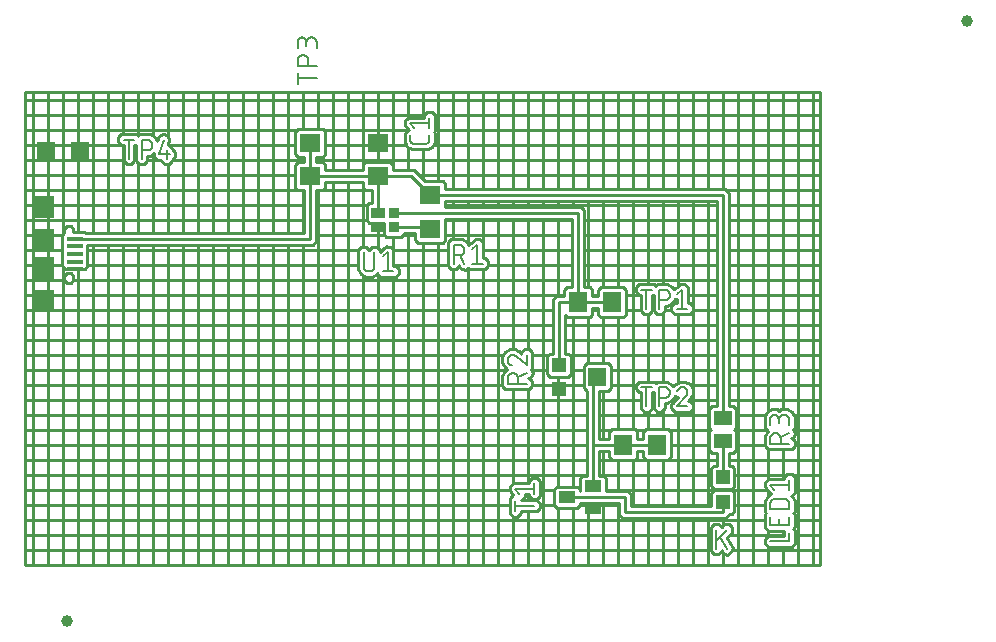
<source format=gtl>
G04 EAGLE Gerber RS-274X export*
G75*
%MOMM*%
%FSLAX34Y34*%
%LPD*%
%INTop Copper*%
%IPPOS*%
%AMOC8*
5,1,8,0,0,1.08239X$1,22.5*%
G01*
%ADD10C,0.152400*%
%ADD11C,1.000000*%
%ADD12R,0.950000X0.850000*%
%ADD13R,1.150000X0.850000*%
%ADD14R,1.150000X0.970000*%
%ADD15R,0.950000X0.970000*%
%ADD16R,1.803000X1.600000*%
%ADD17R,1.800000X1.600000*%
%ADD18R,1.200000X1.200000*%
%ADD19R,1.500000X1.600000*%
%ADD20R,1.400000X1.000000*%
%ADD21R,1.500000X1.300000*%
%ADD22R,1.346200X0.381000*%
%ADD23R,1.900000X1.900000*%
%ADD24R,1.600000X1.803000*%
%ADD25C,0.254000*%


D10*
X183078Y13462D02*
X183078Y29718D01*
X187593Y29718D02*
X178562Y29718D01*
X193883Y29718D02*
X193883Y13462D01*
X193883Y29718D02*
X198399Y29718D01*
X198532Y29716D01*
X198664Y29710D01*
X198796Y29700D01*
X198928Y29687D01*
X199060Y29669D01*
X199190Y29648D01*
X199321Y29623D01*
X199450Y29594D01*
X199578Y29561D01*
X199706Y29525D01*
X199832Y29485D01*
X199957Y29441D01*
X200081Y29393D01*
X200203Y29342D01*
X200324Y29287D01*
X200443Y29229D01*
X200561Y29167D01*
X200676Y29102D01*
X200790Y29033D01*
X200901Y28962D01*
X201010Y28886D01*
X201117Y28808D01*
X201222Y28727D01*
X201324Y28642D01*
X201424Y28555D01*
X201521Y28465D01*
X201616Y28372D01*
X201707Y28276D01*
X201796Y28178D01*
X201882Y28077D01*
X201965Y27973D01*
X202045Y27867D01*
X202121Y27759D01*
X202195Y27649D01*
X202265Y27536D01*
X202332Y27422D01*
X202395Y27305D01*
X202455Y27187D01*
X202512Y27067D01*
X202565Y26945D01*
X202614Y26822D01*
X202660Y26698D01*
X202702Y26572D01*
X202740Y26445D01*
X202775Y26317D01*
X202806Y26188D01*
X202833Y26059D01*
X202856Y25928D01*
X202876Y25797D01*
X202891Y25665D01*
X202903Y25533D01*
X202911Y25401D01*
X202915Y25268D01*
X202915Y25136D01*
X202911Y25003D01*
X202903Y24871D01*
X202891Y24739D01*
X202876Y24607D01*
X202856Y24476D01*
X202833Y24345D01*
X202806Y24216D01*
X202775Y24087D01*
X202740Y23959D01*
X202702Y23832D01*
X202660Y23706D01*
X202614Y23582D01*
X202565Y23459D01*
X202512Y23337D01*
X202455Y23217D01*
X202395Y23099D01*
X202332Y22982D01*
X202265Y22868D01*
X202195Y22755D01*
X202121Y22645D01*
X202045Y22537D01*
X201965Y22431D01*
X201882Y22327D01*
X201796Y22226D01*
X201707Y22128D01*
X201616Y22032D01*
X201521Y21939D01*
X201424Y21849D01*
X201324Y21762D01*
X201222Y21677D01*
X201117Y21596D01*
X201010Y21518D01*
X200901Y21442D01*
X200790Y21371D01*
X200676Y21302D01*
X200561Y21237D01*
X200443Y21175D01*
X200324Y21117D01*
X200203Y21062D01*
X200081Y21011D01*
X199957Y20963D01*
X199832Y20919D01*
X199706Y20879D01*
X199578Y20843D01*
X199450Y20810D01*
X199321Y20781D01*
X199190Y20756D01*
X199060Y20735D01*
X198928Y20717D01*
X198796Y20704D01*
X198664Y20694D01*
X198532Y20688D01*
X198399Y20686D01*
X198399Y20687D02*
X193883Y20687D01*
X208782Y17074D02*
X212395Y29718D01*
X208782Y17074D02*
X217814Y17074D01*
X215104Y13462D02*
X215104Y20687D01*
X325882Y81478D02*
X342138Y81478D01*
X325882Y76962D02*
X325882Y85993D01*
X325882Y92283D02*
X342138Y92283D01*
X325882Y92283D02*
X325882Y96799D01*
X325884Y96932D01*
X325890Y97064D01*
X325900Y97196D01*
X325913Y97328D01*
X325931Y97460D01*
X325952Y97590D01*
X325977Y97721D01*
X326006Y97850D01*
X326039Y97978D01*
X326075Y98106D01*
X326115Y98232D01*
X326159Y98357D01*
X326207Y98481D01*
X326258Y98603D01*
X326313Y98724D01*
X326371Y98843D01*
X326433Y98961D01*
X326498Y99076D01*
X326567Y99190D01*
X326638Y99301D01*
X326714Y99410D01*
X326792Y99517D01*
X326873Y99622D01*
X326958Y99724D01*
X327045Y99824D01*
X327135Y99921D01*
X327228Y100016D01*
X327324Y100107D01*
X327422Y100196D01*
X327523Y100282D01*
X327627Y100365D01*
X327733Y100445D01*
X327841Y100521D01*
X327951Y100595D01*
X328064Y100665D01*
X328178Y100732D01*
X328295Y100795D01*
X328413Y100855D01*
X328533Y100912D01*
X328655Y100965D01*
X328778Y101014D01*
X328902Y101060D01*
X329028Y101102D01*
X329155Y101140D01*
X329283Y101175D01*
X329412Y101206D01*
X329541Y101233D01*
X329672Y101256D01*
X329803Y101276D01*
X329935Y101291D01*
X330067Y101303D01*
X330199Y101311D01*
X330332Y101315D01*
X330464Y101315D01*
X330597Y101311D01*
X330729Y101303D01*
X330861Y101291D01*
X330993Y101276D01*
X331124Y101256D01*
X331255Y101233D01*
X331384Y101206D01*
X331513Y101175D01*
X331641Y101140D01*
X331768Y101102D01*
X331894Y101060D01*
X332018Y101014D01*
X332141Y100965D01*
X332263Y100912D01*
X332383Y100855D01*
X332501Y100795D01*
X332618Y100732D01*
X332732Y100665D01*
X332845Y100595D01*
X332955Y100521D01*
X333063Y100445D01*
X333169Y100365D01*
X333273Y100282D01*
X333374Y100196D01*
X333472Y100107D01*
X333568Y100016D01*
X333661Y99921D01*
X333751Y99824D01*
X333838Y99724D01*
X333923Y99622D01*
X334004Y99517D01*
X334082Y99410D01*
X334158Y99301D01*
X334229Y99190D01*
X334298Y99076D01*
X334363Y98961D01*
X334425Y98843D01*
X334483Y98724D01*
X334538Y98603D01*
X334589Y98481D01*
X334637Y98357D01*
X334681Y98232D01*
X334721Y98106D01*
X334757Y97978D01*
X334790Y97850D01*
X334819Y97721D01*
X334844Y97590D01*
X334865Y97460D01*
X334883Y97328D01*
X334896Y97196D01*
X334906Y97064D01*
X334912Y96932D01*
X334914Y96799D01*
X334913Y96799D02*
X334913Y92283D01*
X342138Y107182D02*
X342138Y111698D01*
X342136Y111831D01*
X342130Y111963D01*
X342120Y112095D01*
X342107Y112227D01*
X342089Y112359D01*
X342068Y112489D01*
X342043Y112620D01*
X342014Y112749D01*
X341981Y112877D01*
X341945Y113005D01*
X341905Y113131D01*
X341861Y113256D01*
X341813Y113380D01*
X341762Y113502D01*
X341707Y113623D01*
X341649Y113742D01*
X341587Y113860D01*
X341522Y113975D01*
X341453Y114089D01*
X341382Y114200D01*
X341306Y114309D01*
X341228Y114416D01*
X341147Y114521D01*
X341062Y114623D01*
X340975Y114723D01*
X340885Y114820D01*
X340792Y114915D01*
X340696Y115006D01*
X340598Y115095D01*
X340497Y115181D01*
X340393Y115264D01*
X340287Y115344D01*
X340179Y115420D01*
X340069Y115494D01*
X339956Y115564D01*
X339842Y115631D01*
X339725Y115694D01*
X339607Y115754D01*
X339487Y115811D01*
X339365Y115864D01*
X339242Y115913D01*
X339118Y115959D01*
X338992Y116001D01*
X338865Y116039D01*
X338737Y116074D01*
X338608Y116105D01*
X338479Y116132D01*
X338348Y116155D01*
X338217Y116175D01*
X338085Y116190D01*
X337953Y116202D01*
X337821Y116210D01*
X337688Y116214D01*
X337556Y116214D01*
X337423Y116210D01*
X337291Y116202D01*
X337159Y116190D01*
X337027Y116175D01*
X336896Y116155D01*
X336765Y116132D01*
X336636Y116105D01*
X336507Y116074D01*
X336379Y116039D01*
X336252Y116001D01*
X336126Y115959D01*
X336002Y115913D01*
X335879Y115864D01*
X335757Y115811D01*
X335637Y115754D01*
X335519Y115694D01*
X335402Y115631D01*
X335288Y115564D01*
X335175Y115494D01*
X335065Y115420D01*
X334957Y115344D01*
X334851Y115264D01*
X334747Y115181D01*
X334646Y115095D01*
X334548Y115006D01*
X334452Y114915D01*
X334359Y114820D01*
X334269Y114723D01*
X334182Y114623D01*
X334097Y114521D01*
X334016Y114416D01*
X333938Y114309D01*
X333862Y114200D01*
X333791Y114089D01*
X333722Y113975D01*
X333657Y113860D01*
X333595Y113742D01*
X333537Y113623D01*
X333482Y113502D01*
X333431Y113380D01*
X333383Y113256D01*
X333339Y113131D01*
X333299Y113005D01*
X333263Y112877D01*
X333230Y112749D01*
X333201Y112620D01*
X333176Y112489D01*
X333155Y112359D01*
X333137Y112227D01*
X333124Y112095D01*
X333114Y111963D01*
X333108Y111831D01*
X333106Y111698D01*
X325882Y112601D02*
X325882Y107182D01*
X325882Y112601D02*
X325884Y112720D01*
X325890Y112840D01*
X325900Y112959D01*
X325914Y113077D01*
X325931Y113196D01*
X325953Y113313D01*
X325978Y113430D01*
X326008Y113545D01*
X326041Y113660D01*
X326078Y113774D01*
X326118Y113886D01*
X326163Y113997D01*
X326211Y114106D01*
X326262Y114214D01*
X326317Y114320D01*
X326376Y114424D01*
X326438Y114526D01*
X326503Y114626D01*
X326572Y114724D01*
X326644Y114820D01*
X326719Y114913D01*
X326796Y115003D01*
X326877Y115091D01*
X326961Y115176D01*
X327048Y115258D01*
X327137Y115338D01*
X327229Y115414D01*
X327323Y115488D01*
X327420Y115558D01*
X327518Y115625D01*
X327619Y115689D01*
X327723Y115749D01*
X327828Y115806D01*
X327935Y115859D01*
X328043Y115909D01*
X328153Y115955D01*
X328265Y115997D01*
X328378Y116036D01*
X328492Y116071D01*
X328607Y116102D01*
X328724Y116130D01*
X328841Y116153D01*
X328958Y116173D01*
X329077Y116189D01*
X329196Y116201D01*
X329315Y116209D01*
X329434Y116213D01*
X329554Y116213D01*
X329673Y116209D01*
X329792Y116201D01*
X329911Y116189D01*
X330030Y116173D01*
X330147Y116153D01*
X330264Y116130D01*
X330381Y116102D01*
X330496Y116071D01*
X330610Y116036D01*
X330723Y115997D01*
X330835Y115955D01*
X330945Y115909D01*
X331053Y115859D01*
X331160Y115806D01*
X331265Y115749D01*
X331369Y115689D01*
X331470Y115625D01*
X331568Y115558D01*
X331665Y115488D01*
X331759Y115414D01*
X331851Y115338D01*
X331940Y115258D01*
X332027Y115176D01*
X332111Y115091D01*
X332192Y115003D01*
X332269Y114913D01*
X332344Y114820D01*
X332416Y114724D01*
X332485Y114626D01*
X332550Y114526D01*
X332612Y114424D01*
X332671Y114320D01*
X332726Y114214D01*
X332777Y114106D01*
X332825Y113997D01*
X332870Y113886D01*
X332910Y113774D01*
X332947Y113660D01*
X332980Y113545D01*
X333010Y113430D01*
X333035Y113313D01*
X333057Y113196D01*
X333074Y113077D01*
X333088Y112959D01*
X333098Y112840D01*
X333104Y112720D01*
X333106Y112601D01*
X333107Y112601D02*
X333107Y108989D01*
X437388Y33387D02*
X437388Y29774D01*
X437386Y29656D01*
X437380Y29538D01*
X437371Y29420D01*
X437357Y29303D01*
X437340Y29186D01*
X437319Y29069D01*
X437294Y28954D01*
X437265Y28839D01*
X437232Y28725D01*
X437196Y28613D01*
X437156Y28502D01*
X437113Y28392D01*
X437066Y28283D01*
X437016Y28176D01*
X436961Y28071D01*
X436904Y27968D01*
X436843Y27867D01*
X436779Y27767D01*
X436712Y27670D01*
X436642Y27575D01*
X436568Y27483D01*
X436492Y27392D01*
X436412Y27305D01*
X436330Y27220D01*
X436245Y27138D01*
X436158Y27058D01*
X436067Y26982D01*
X435975Y26908D01*
X435880Y26838D01*
X435783Y26771D01*
X435683Y26707D01*
X435582Y26646D01*
X435479Y26589D01*
X435374Y26534D01*
X435267Y26484D01*
X435158Y26437D01*
X435048Y26394D01*
X434937Y26354D01*
X434825Y26318D01*
X434711Y26285D01*
X434596Y26256D01*
X434481Y26231D01*
X434364Y26210D01*
X434247Y26193D01*
X434130Y26179D01*
X434012Y26170D01*
X433894Y26164D01*
X433776Y26162D01*
X424744Y26162D01*
X424626Y26164D01*
X424508Y26170D01*
X424390Y26179D01*
X424272Y26193D01*
X424155Y26210D01*
X424039Y26231D01*
X423924Y26256D01*
X423809Y26285D01*
X423695Y26318D01*
X423583Y26354D01*
X423471Y26394D01*
X423361Y26437D01*
X423253Y26484D01*
X423146Y26535D01*
X423041Y26589D01*
X422938Y26646D01*
X422836Y26707D01*
X422737Y26771D01*
X422640Y26838D01*
X422545Y26909D01*
X422452Y26982D01*
X422362Y27059D01*
X422274Y27138D01*
X422189Y27220D01*
X422107Y27305D01*
X422028Y27393D01*
X421951Y27483D01*
X421878Y27576D01*
X421807Y27670D01*
X421740Y27768D01*
X421676Y27867D01*
X421615Y27968D01*
X421558Y28072D01*
X421504Y28177D01*
X421453Y28284D01*
X421406Y28392D01*
X421363Y28502D01*
X421323Y28614D01*
X421287Y28726D01*
X421254Y28840D01*
X421225Y28955D01*
X421200Y29070D01*
X421179Y29186D01*
X421162Y29303D01*
X421148Y29421D01*
X421139Y29539D01*
X421133Y29657D01*
X421131Y29775D01*
X421132Y29774D02*
X421132Y33387D01*
X424744Y39228D02*
X421132Y43743D01*
X437388Y43743D01*
X437388Y39228D02*
X437388Y48259D01*
X381762Y-65532D02*
X381762Y-77272D01*
X381764Y-77405D01*
X381770Y-77537D01*
X381780Y-77669D01*
X381793Y-77801D01*
X381811Y-77933D01*
X381832Y-78063D01*
X381857Y-78194D01*
X381886Y-78323D01*
X381919Y-78451D01*
X381955Y-78579D01*
X381995Y-78705D01*
X382039Y-78830D01*
X382087Y-78954D01*
X382138Y-79076D01*
X382193Y-79197D01*
X382251Y-79316D01*
X382313Y-79434D01*
X382378Y-79549D01*
X382447Y-79663D01*
X382518Y-79774D01*
X382594Y-79883D01*
X382672Y-79990D01*
X382753Y-80095D01*
X382838Y-80197D01*
X382925Y-80297D01*
X383015Y-80394D01*
X383108Y-80489D01*
X383204Y-80580D01*
X383302Y-80669D01*
X383403Y-80755D01*
X383507Y-80838D01*
X383613Y-80918D01*
X383721Y-80994D01*
X383831Y-81068D01*
X383944Y-81138D01*
X384058Y-81205D01*
X384175Y-81268D01*
X384293Y-81328D01*
X384413Y-81385D01*
X384535Y-81438D01*
X384658Y-81487D01*
X384782Y-81533D01*
X384908Y-81575D01*
X385035Y-81613D01*
X385163Y-81648D01*
X385292Y-81679D01*
X385421Y-81706D01*
X385552Y-81729D01*
X385683Y-81749D01*
X385815Y-81764D01*
X385947Y-81776D01*
X386079Y-81784D01*
X386212Y-81788D01*
X386344Y-81788D01*
X386477Y-81784D01*
X386609Y-81776D01*
X386741Y-81764D01*
X386873Y-81749D01*
X387004Y-81729D01*
X387135Y-81706D01*
X387264Y-81679D01*
X387393Y-81648D01*
X387521Y-81613D01*
X387648Y-81575D01*
X387774Y-81533D01*
X387898Y-81487D01*
X388021Y-81438D01*
X388143Y-81385D01*
X388263Y-81328D01*
X388381Y-81268D01*
X388498Y-81205D01*
X388612Y-81138D01*
X388725Y-81068D01*
X388835Y-80994D01*
X388943Y-80918D01*
X389049Y-80838D01*
X389153Y-80755D01*
X389254Y-80669D01*
X389352Y-80580D01*
X389448Y-80489D01*
X389541Y-80394D01*
X389631Y-80297D01*
X389718Y-80197D01*
X389803Y-80095D01*
X389884Y-79990D01*
X389962Y-79883D01*
X390038Y-79774D01*
X390109Y-79663D01*
X390178Y-79549D01*
X390243Y-79434D01*
X390305Y-79316D01*
X390363Y-79197D01*
X390418Y-79076D01*
X390469Y-78954D01*
X390517Y-78830D01*
X390561Y-78705D01*
X390601Y-78579D01*
X390637Y-78451D01*
X390670Y-78323D01*
X390699Y-78194D01*
X390724Y-78063D01*
X390745Y-77933D01*
X390763Y-77801D01*
X390776Y-77669D01*
X390786Y-77537D01*
X390792Y-77405D01*
X390794Y-77272D01*
X390793Y-77272D02*
X390793Y-65532D01*
X397914Y-69144D02*
X402430Y-65532D01*
X402430Y-81788D01*
X406945Y-81788D02*
X397914Y-81788D01*
X457962Y-75438D02*
X457962Y-59182D01*
X462478Y-59182D01*
X462611Y-59184D01*
X462743Y-59190D01*
X462875Y-59200D01*
X463007Y-59213D01*
X463139Y-59231D01*
X463269Y-59252D01*
X463400Y-59277D01*
X463529Y-59306D01*
X463657Y-59339D01*
X463785Y-59375D01*
X463911Y-59415D01*
X464036Y-59459D01*
X464160Y-59507D01*
X464282Y-59558D01*
X464403Y-59613D01*
X464522Y-59671D01*
X464640Y-59733D01*
X464755Y-59798D01*
X464869Y-59867D01*
X464980Y-59938D01*
X465089Y-60014D01*
X465196Y-60092D01*
X465301Y-60173D01*
X465403Y-60258D01*
X465503Y-60345D01*
X465600Y-60435D01*
X465695Y-60528D01*
X465786Y-60624D01*
X465875Y-60722D01*
X465961Y-60823D01*
X466044Y-60927D01*
X466124Y-61033D01*
X466200Y-61141D01*
X466274Y-61251D01*
X466344Y-61364D01*
X466411Y-61478D01*
X466474Y-61595D01*
X466534Y-61713D01*
X466591Y-61833D01*
X466644Y-61955D01*
X466693Y-62078D01*
X466739Y-62202D01*
X466781Y-62328D01*
X466819Y-62455D01*
X466854Y-62583D01*
X466885Y-62712D01*
X466912Y-62841D01*
X466935Y-62972D01*
X466955Y-63103D01*
X466970Y-63235D01*
X466982Y-63367D01*
X466990Y-63499D01*
X466994Y-63632D01*
X466994Y-63764D01*
X466990Y-63897D01*
X466982Y-64029D01*
X466970Y-64161D01*
X466955Y-64293D01*
X466935Y-64424D01*
X466912Y-64555D01*
X466885Y-64684D01*
X466854Y-64813D01*
X466819Y-64941D01*
X466781Y-65068D01*
X466739Y-65194D01*
X466693Y-65318D01*
X466644Y-65441D01*
X466591Y-65563D01*
X466534Y-65683D01*
X466474Y-65801D01*
X466411Y-65918D01*
X466344Y-66032D01*
X466274Y-66145D01*
X466200Y-66255D01*
X466124Y-66363D01*
X466044Y-66469D01*
X465961Y-66573D01*
X465875Y-66674D01*
X465786Y-66772D01*
X465695Y-66868D01*
X465600Y-66961D01*
X465503Y-67051D01*
X465403Y-67138D01*
X465301Y-67223D01*
X465196Y-67304D01*
X465089Y-67382D01*
X464980Y-67458D01*
X464869Y-67529D01*
X464755Y-67598D01*
X464640Y-67663D01*
X464522Y-67725D01*
X464403Y-67783D01*
X464282Y-67838D01*
X464160Y-67889D01*
X464036Y-67937D01*
X463911Y-67981D01*
X463785Y-68021D01*
X463657Y-68057D01*
X463529Y-68090D01*
X463400Y-68119D01*
X463269Y-68144D01*
X463139Y-68165D01*
X463007Y-68183D01*
X462875Y-68196D01*
X462743Y-68206D01*
X462611Y-68212D01*
X462478Y-68214D01*
X462478Y-68213D02*
X457962Y-68213D01*
X463381Y-68213D02*
X466993Y-75438D01*
X473502Y-62794D02*
X478017Y-59182D01*
X478017Y-75438D01*
X473502Y-75438D02*
X482533Y-75438D01*
X621228Y-97282D02*
X621228Y-113538D01*
X616712Y-97282D02*
X625743Y-97282D01*
X632033Y-97282D02*
X632033Y-113538D01*
X632033Y-97282D02*
X636549Y-97282D01*
X636682Y-97284D01*
X636814Y-97290D01*
X636946Y-97300D01*
X637078Y-97313D01*
X637210Y-97331D01*
X637340Y-97352D01*
X637471Y-97377D01*
X637600Y-97406D01*
X637728Y-97439D01*
X637856Y-97475D01*
X637982Y-97515D01*
X638107Y-97559D01*
X638231Y-97607D01*
X638353Y-97658D01*
X638474Y-97713D01*
X638593Y-97771D01*
X638711Y-97833D01*
X638826Y-97898D01*
X638940Y-97967D01*
X639051Y-98038D01*
X639160Y-98114D01*
X639267Y-98192D01*
X639372Y-98273D01*
X639474Y-98358D01*
X639574Y-98445D01*
X639671Y-98535D01*
X639766Y-98628D01*
X639857Y-98724D01*
X639946Y-98822D01*
X640032Y-98923D01*
X640115Y-99027D01*
X640195Y-99133D01*
X640271Y-99241D01*
X640345Y-99351D01*
X640415Y-99464D01*
X640482Y-99578D01*
X640545Y-99695D01*
X640605Y-99813D01*
X640662Y-99933D01*
X640715Y-100055D01*
X640764Y-100178D01*
X640810Y-100302D01*
X640852Y-100428D01*
X640890Y-100555D01*
X640925Y-100683D01*
X640956Y-100812D01*
X640983Y-100941D01*
X641006Y-101072D01*
X641026Y-101203D01*
X641041Y-101335D01*
X641053Y-101467D01*
X641061Y-101599D01*
X641065Y-101732D01*
X641065Y-101864D01*
X641061Y-101997D01*
X641053Y-102129D01*
X641041Y-102261D01*
X641026Y-102393D01*
X641006Y-102524D01*
X640983Y-102655D01*
X640956Y-102784D01*
X640925Y-102913D01*
X640890Y-103041D01*
X640852Y-103168D01*
X640810Y-103294D01*
X640764Y-103418D01*
X640715Y-103541D01*
X640662Y-103663D01*
X640605Y-103783D01*
X640545Y-103901D01*
X640482Y-104018D01*
X640415Y-104132D01*
X640345Y-104245D01*
X640271Y-104355D01*
X640195Y-104463D01*
X640115Y-104569D01*
X640032Y-104673D01*
X639946Y-104774D01*
X639857Y-104872D01*
X639766Y-104968D01*
X639671Y-105061D01*
X639574Y-105151D01*
X639474Y-105238D01*
X639372Y-105323D01*
X639267Y-105404D01*
X639160Y-105482D01*
X639051Y-105558D01*
X638940Y-105629D01*
X638826Y-105698D01*
X638711Y-105763D01*
X638593Y-105825D01*
X638474Y-105883D01*
X638353Y-105938D01*
X638231Y-105989D01*
X638107Y-106037D01*
X637982Y-106081D01*
X637856Y-106121D01*
X637728Y-106157D01*
X637600Y-106190D01*
X637471Y-106219D01*
X637340Y-106244D01*
X637210Y-106265D01*
X637078Y-106283D01*
X636946Y-106296D01*
X636814Y-106306D01*
X636682Y-106312D01*
X636549Y-106314D01*
X636549Y-106313D02*
X632033Y-106313D01*
X646932Y-100894D02*
X651448Y-97282D01*
X651448Y-113538D01*
X646932Y-113538D02*
X655964Y-113538D01*
X725932Y-227838D02*
X742188Y-227838D01*
X725932Y-227838D02*
X725932Y-223322D01*
X725934Y-223189D01*
X725940Y-223057D01*
X725950Y-222925D01*
X725963Y-222793D01*
X725981Y-222661D01*
X726002Y-222531D01*
X726027Y-222400D01*
X726056Y-222271D01*
X726089Y-222143D01*
X726125Y-222015D01*
X726165Y-221889D01*
X726209Y-221764D01*
X726257Y-221640D01*
X726308Y-221518D01*
X726363Y-221397D01*
X726421Y-221278D01*
X726483Y-221160D01*
X726548Y-221045D01*
X726617Y-220931D01*
X726688Y-220820D01*
X726764Y-220711D01*
X726842Y-220604D01*
X726923Y-220499D01*
X727008Y-220397D01*
X727095Y-220297D01*
X727185Y-220200D01*
X727278Y-220105D01*
X727374Y-220014D01*
X727472Y-219925D01*
X727573Y-219839D01*
X727677Y-219756D01*
X727783Y-219676D01*
X727891Y-219600D01*
X728001Y-219526D01*
X728114Y-219456D01*
X728228Y-219389D01*
X728345Y-219326D01*
X728463Y-219266D01*
X728583Y-219209D01*
X728705Y-219156D01*
X728828Y-219107D01*
X728952Y-219061D01*
X729078Y-219019D01*
X729205Y-218981D01*
X729333Y-218946D01*
X729462Y-218915D01*
X729591Y-218888D01*
X729722Y-218865D01*
X729853Y-218845D01*
X729985Y-218830D01*
X730117Y-218818D01*
X730249Y-218810D01*
X730382Y-218806D01*
X730514Y-218806D01*
X730647Y-218810D01*
X730779Y-218818D01*
X730911Y-218830D01*
X731043Y-218845D01*
X731174Y-218865D01*
X731305Y-218888D01*
X731434Y-218915D01*
X731563Y-218946D01*
X731691Y-218981D01*
X731818Y-219019D01*
X731944Y-219061D01*
X732068Y-219107D01*
X732191Y-219156D01*
X732313Y-219209D01*
X732433Y-219266D01*
X732551Y-219326D01*
X732668Y-219389D01*
X732782Y-219456D01*
X732895Y-219526D01*
X733005Y-219600D01*
X733113Y-219676D01*
X733219Y-219756D01*
X733323Y-219839D01*
X733424Y-219925D01*
X733522Y-220014D01*
X733618Y-220105D01*
X733711Y-220200D01*
X733801Y-220297D01*
X733888Y-220397D01*
X733973Y-220499D01*
X734054Y-220604D01*
X734132Y-220711D01*
X734208Y-220820D01*
X734279Y-220931D01*
X734348Y-221045D01*
X734413Y-221160D01*
X734475Y-221278D01*
X734533Y-221397D01*
X734588Y-221518D01*
X734639Y-221640D01*
X734687Y-221764D01*
X734731Y-221889D01*
X734771Y-222015D01*
X734807Y-222143D01*
X734840Y-222271D01*
X734869Y-222400D01*
X734894Y-222531D01*
X734915Y-222661D01*
X734933Y-222793D01*
X734946Y-222925D01*
X734956Y-223057D01*
X734962Y-223189D01*
X734964Y-223322D01*
X734963Y-223322D02*
X734963Y-227838D01*
X734963Y-222419D02*
X742188Y-218807D01*
X742188Y-212298D02*
X742188Y-207783D01*
X742186Y-207650D01*
X742180Y-207518D01*
X742170Y-207386D01*
X742157Y-207254D01*
X742139Y-207122D01*
X742118Y-206992D01*
X742093Y-206861D01*
X742064Y-206732D01*
X742031Y-206604D01*
X741995Y-206476D01*
X741955Y-206350D01*
X741911Y-206225D01*
X741863Y-206101D01*
X741812Y-205979D01*
X741757Y-205858D01*
X741699Y-205739D01*
X741637Y-205621D01*
X741572Y-205506D01*
X741503Y-205392D01*
X741432Y-205281D01*
X741356Y-205172D01*
X741278Y-205065D01*
X741197Y-204960D01*
X741112Y-204858D01*
X741025Y-204758D01*
X740935Y-204661D01*
X740842Y-204566D01*
X740746Y-204475D01*
X740648Y-204386D01*
X740547Y-204300D01*
X740443Y-204217D01*
X740337Y-204137D01*
X740229Y-204061D01*
X740119Y-203987D01*
X740006Y-203917D01*
X739892Y-203850D01*
X739775Y-203787D01*
X739657Y-203727D01*
X739537Y-203670D01*
X739415Y-203617D01*
X739292Y-203568D01*
X739168Y-203522D01*
X739042Y-203480D01*
X738915Y-203442D01*
X738787Y-203407D01*
X738658Y-203376D01*
X738529Y-203349D01*
X738398Y-203326D01*
X738267Y-203306D01*
X738135Y-203291D01*
X738003Y-203279D01*
X737871Y-203271D01*
X737738Y-203267D01*
X737606Y-203267D01*
X737473Y-203271D01*
X737341Y-203279D01*
X737209Y-203291D01*
X737077Y-203306D01*
X736946Y-203326D01*
X736815Y-203349D01*
X736686Y-203376D01*
X736557Y-203407D01*
X736429Y-203442D01*
X736302Y-203480D01*
X736176Y-203522D01*
X736052Y-203568D01*
X735929Y-203617D01*
X735807Y-203670D01*
X735687Y-203727D01*
X735569Y-203787D01*
X735452Y-203850D01*
X735338Y-203917D01*
X735225Y-203987D01*
X735115Y-204061D01*
X735007Y-204137D01*
X734901Y-204217D01*
X734797Y-204300D01*
X734696Y-204386D01*
X734598Y-204475D01*
X734502Y-204566D01*
X734409Y-204661D01*
X734319Y-204758D01*
X734232Y-204858D01*
X734147Y-204960D01*
X734066Y-205065D01*
X733988Y-205172D01*
X733912Y-205281D01*
X733841Y-205392D01*
X733772Y-205506D01*
X733707Y-205621D01*
X733645Y-205739D01*
X733587Y-205858D01*
X733532Y-205979D01*
X733481Y-206101D01*
X733433Y-206225D01*
X733389Y-206350D01*
X733349Y-206476D01*
X733313Y-206604D01*
X733280Y-206732D01*
X733251Y-206861D01*
X733226Y-206992D01*
X733205Y-207122D01*
X733187Y-207254D01*
X733174Y-207386D01*
X733164Y-207518D01*
X733158Y-207650D01*
X733156Y-207783D01*
X725932Y-206880D02*
X725932Y-212298D01*
X725932Y-206880D02*
X725934Y-206761D01*
X725940Y-206641D01*
X725950Y-206522D01*
X725964Y-206404D01*
X725981Y-206285D01*
X726003Y-206168D01*
X726028Y-206051D01*
X726058Y-205936D01*
X726091Y-205821D01*
X726128Y-205707D01*
X726168Y-205595D01*
X726213Y-205484D01*
X726261Y-205375D01*
X726312Y-205267D01*
X726367Y-205161D01*
X726426Y-205057D01*
X726488Y-204955D01*
X726553Y-204855D01*
X726622Y-204757D01*
X726694Y-204661D01*
X726769Y-204568D01*
X726846Y-204478D01*
X726927Y-204390D01*
X727011Y-204305D01*
X727098Y-204223D01*
X727187Y-204143D01*
X727279Y-204067D01*
X727373Y-203993D01*
X727470Y-203923D01*
X727568Y-203856D01*
X727669Y-203792D01*
X727773Y-203732D01*
X727878Y-203675D01*
X727985Y-203622D01*
X728093Y-203572D01*
X728203Y-203526D01*
X728315Y-203484D01*
X728428Y-203445D01*
X728542Y-203410D01*
X728657Y-203379D01*
X728774Y-203351D01*
X728891Y-203328D01*
X729008Y-203308D01*
X729127Y-203292D01*
X729246Y-203280D01*
X729365Y-203272D01*
X729484Y-203268D01*
X729604Y-203268D01*
X729723Y-203272D01*
X729842Y-203280D01*
X729961Y-203292D01*
X730080Y-203308D01*
X730197Y-203328D01*
X730314Y-203351D01*
X730431Y-203379D01*
X730546Y-203410D01*
X730660Y-203445D01*
X730773Y-203484D01*
X730885Y-203526D01*
X730995Y-203572D01*
X731103Y-203622D01*
X731210Y-203675D01*
X731315Y-203732D01*
X731419Y-203792D01*
X731520Y-203856D01*
X731618Y-203923D01*
X731715Y-203993D01*
X731809Y-204067D01*
X731901Y-204143D01*
X731990Y-204223D01*
X732077Y-204305D01*
X732161Y-204390D01*
X732242Y-204478D01*
X732319Y-204568D01*
X732394Y-204661D01*
X732466Y-204757D01*
X732535Y-204855D01*
X732600Y-204955D01*
X732662Y-205057D01*
X732721Y-205161D01*
X732776Y-205267D01*
X732827Y-205375D01*
X732875Y-205484D01*
X732920Y-205595D01*
X732960Y-205707D01*
X732997Y-205821D01*
X733030Y-205936D01*
X733060Y-206051D01*
X733085Y-206168D01*
X733107Y-206285D01*
X733124Y-206404D01*
X733138Y-206522D01*
X733148Y-206641D01*
X733154Y-206761D01*
X733156Y-206880D01*
X733157Y-206880D02*
X733157Y-210492D01*
X725932Y-310388D02*
X742188Y-310388D01*
X742188Y-303163D01*
X742188Y-296841D02*
X742188Y-289616D01*
X742188Y-296841D02*
X725932Y-296841D01*
X725932Y-289616D01*
X733157Y-291422D02*
X733157Y-296841D01*
X725932Y-283324D02*
X742188Y-283324D01*
X725932Y-283324D02*
X725932Y-278808D01*
X725934Y-278677D01*
X725940Y-278545D01*
X725949Y-278414D01*
X725963Y-278284D01*
X725980Y-278153D01*
X726001Y-278024D01*
X726025Y-277895D01*
X726054Y-277767D01*
X726086Y-277639D01*
X726122Y-277513D01*
X726161Y-277388D01*
X726204Y-277263D01*
X726251Y-277141D01*
X726301Y-277019D01*
X726355Y-276899D01*
X726412Y-276781D01*
X726473Y-276665D01*
X726537Y-276550D01*
X726604Y-276437D01*
X726675Y-276326D01*
X726749Y-276218D01*
X726826Y-276111D01*
X726906Y-276007D01*
X726989Y-275905D01*
X727074Y-275806D01*
X727163Y-275709D01*
X727255Y-275615D01*
X727349Y-275523D01*
X727446Y-275434D01*
X727545Y-275349D01*
X727647Y-275266D01*
X727751Y-275186D01*
X727858Y-275109D01*
X727966Y-275035D01*
X728077Y-274964D01*
X728190Y-274897D01*
X728305Y-274833D01*
X728421Y-274772D01*
X728539Y-274715D01*
X728659Y-274661D01*
X728781Y-274611D01*
X728903Y-274564D01*
X729028Y-274521D01*
X729153Y-274482D01*
X729279Y-274446D01*
X729407Y-274414D01*
X729535Y-274385D01*
X729664Y-274361D01*
X729793Y-274340D01*
X729924Y-274323D01*
X730054Y-274309D01*
X730185Y-274300D01*
X730317Y-274294D01*
X730448Y-274292D01*
X730448Y-274293D02*
X737672Y-274293D01*
X737672Y-274292D02*
X737803Y-274294D01*
X737935Y-274300D01*
X738066Y-274309D01*
X738196Y-274323D01*
X738327Y-274340D01*
X738456Y-274361D01*
X738585Y-274385D01*
X738713Y-274414D01*
X738841Y-274446D01*
X738967Y-274482D01*
X739092Y-274521D01*
X739217Y-274564D01*
X739339Y-274611D01*
X739461Y-274661D01*
X739581Y-274715D01*
X739699Y-274772D01*
X739815Y-274833D01*
X739930Y-274897D01*
X740043Y-274964D01*
X740154Y-275035D01*
X740262Y-275109D01*
X740369Y-275186D01*
X740473Y-275266D01*
X740575Y-275349D01*
X740674Y-275434D01*
X740771Y-275523D01*
X740865Y-275615D01*
X740957Y-275709D01*
X741046Y-275806D01*
X741131Y-275905D01*
X741214Y-276007D01*
X741294Y-276111D01*
X741371Y-276218D01*
X741445Y-276326D01*
X741516Y-276437D01*
X741583Y-276550D01*
X741647Y-276665D01*
X741708Y-276781D01*
X741765Y-276899D01*
X741819Y-277019D01*
X741869Y-277141D01*
X741916Y-277263D01*
X741959Y-277388D01*
X741998Y-277513D01*
X742034Y-277639D01*
X742066Y-277767D01*
X742095Y-277895D01*
X742119Y-278024D01*
X742140Y-278154D01*
X742157Y-278284D01*
X742171Y-278414D01*
X742180Y-278545D01*
X742186Y-278677D01*
X742188Y-278808D01*
X742188Y-283324D01*
X729544Y-267171D02*
X725932Y-262656D01*
X742188Y-262656D01*
X742188Y-267171D02*
X742188Y-258140D01*
X680212Y-300482D02*
X680212Y-316738D01*
X680212Y-310416D02*
X689243Y-300482D01*
X683824Y-306804D02*
X689243Y-316738D01*
X526288Y-280472D02*
X510032Y-280472D01*
X510032Y-275957D02*
X510032Y-284988D01*
X513644Y-270399D02*
X510032Y-265883D01*
X526288Y-265883D01*
X526288Y-261368D02*
X526288Y-270399D01*
X519938Y-177038D02*
X503682Y-177038D01*
X503682Y-172522D01*
X503684Y-172389D01*
X503690Y-172257D01*
X503700Y-172125D01*
X503713Y-171993D01*
X503731Y-171861D01*
X503752Y-171731D01*
X503777Y-171600D01*
X503806Y-171471D01*
X503839Y-171343D01*
X503875Y-171215D01*
X503915Y-171089D01*
X503959Y-170964D01*
X504007Y-170840D01*
X504058Y-170718D01*
X504113Y-170597D01*
X504171Y-170478D01*
X504233Y-170360D01*
X504298Y-170245D01*
X504367Y-170131D01*
X504438Y-170020D01*
X504514Y-169911D01*
X504592Y-169804D01*
X504673Y-169699D01*
X504758Y-169597D01*
X504845Y-169497D01*
X504935Y-169400D01*
X505028Y-169305D01*
X505124Y-169214D01*
X505222Y-169125D01*
X505323Y-169039D01*
X505427Y-168956D01*
X505533Y-168876D01*
X505641Y-168800D01*
X505751Y-168726D01*
X505864Y-168656D01*
X505978Y-168589D01*
X506095Y-168526D01*
X506213Y-168466D01*
X506333Y-168409D01*
X506455Y-168356D01*
X506578Y-168307D01*
X506702Y-168261D01*
X506828Y-168219D01*
X506955Y-168181D01*
X507083Y-168146D01*
X507212Y-168115D01*
X507341Y-168088D01*
X507472Y-168065D01*
X507603Y-168045D01*
X507735Y-168030D01*
X507867Y-168018D01*
X507999Y-168010D01*
X508132Y-168006D01*
X508264Y-168006D01*
X508397Y-168010D01*
X508529Y-168018D01*
X508661Y-168030D01*
X508793Y-168045D01*
X508924Y-168065D01*
X509055Y-168088D01*
X509184Y-168115D01*
X509313Y-168146D01*
X509441Y-168181D01*
X509568Y-168219D01*
X509694Y-168261D01*
X509818Y-168307D01*
X509941Y-168356D01*
X510063Y-168409D01*
X510183Y-168466D01*
X510301Y-168526D01*
X510418Y-168589D01*
X510532Y-168656D01*
X510645Y-168726D01*
X510755Y-168800D01*
X510863Y-168876D01*
X510969Y-168956D01*
X511073Y-169039D01*
X511174Y-169125D01*
X511272Y-169214D01*
X511368Y-169305D01*
X511461Y-169400D01*
X511551Y-169497D01*
X511638Y-169597D01*
X511723Y-169699D01*
X511804Y-169804D01*
X511882Y-169911D01*
X511958Y-170020D01*
X512029Y-170131D01*
X512098Y-170245D01*
X512163Y-170360D01*
X512225Y-170478D01*
X512283Y-170597D01*
X512338Y-170718D01*
X512389Y-170840D01*
X512437Y-170964D01*
X512481Y-171089D01*
X512521Y-171215D01*
X512557Y-171343D01*
X512590Y-171471D01*
X512619Y-171600D01*
X512644Y-171731D01*
X512665Y-171861D01*
X512683Y-171993D01*
X512696Y-172125D01*
X512706Y-172257D01*
X512712Y-172389D01*
X512714Y-172522D01*
X512713Y-172522D02*
X512713Y-177038D01*
X512713Y-171619D02*
X519938Y-168007D01*
X507746Y-152467D02*
X507621Y-152469D01*
X507496Y-152475D01*
X507371Y-152484D01*
X507247Y-152498D01*
X507123Y-152515D01*
X506999Y-152536D01*
X506877Y-152561D01*
X506755Y-152590D01*
X506634Y-152622D01*
X506514Y-152658D01*
X506395Y-152698D01*
X506278Y-152741D01*
X506162Y-152788D01*
X506047Y-152839D01*
X505935Y-152893D01*
X505823Y-152951D01*
X505714Y-153011D01*
X505607Y-153076D01*
X505501Y-153143D01*
X505398Y-153214D01*
X505297Y-153288D01*
X505198Y-153365D01*
X505102Y-153445D01*
X505008Y-153528D01*
X504917Y-153613D01*
X504828Y-153702D01*
X504743Y-153793D01*
X504660Y-153887D01*
X504580Y-153983D01*
X504503Y-154082D01*
X504429Y-154183D01*
X504358Y-154286D01*
X504291Y-154392D01*
X504226Y-154499D01*
X504166Y-154608D01*
X504108Y-154720D01*
X504054Y-154832D01*
X504003Y-154947D01*
X503956Y-155063D01*
X503913Y-155180D01*
X503873Y-155299D01*
X503837Y-155419D01*
X503805Y-155540D01*
X503776Y-155662D01*
X503751Y-155784D01*
X503730Y-155908D01*
X503713Y-156032D01*
X503699Y-156156D01*
X503690Y-156281D01*
X503684Y-156406D01*
X503682Y-156531D01*
X503684Y-156674D01*
X503690Y-156816D01*
X503700Y-156959D01*
X503713Y-157101D01*
X503731Y-157242D01*
X503752Y-157384D01*
X503777Y-157524D01*
X503806Y-157664D01*
X503839Y-157803D01*
X503876Y-157941D01*
X503916Y-158078D01*
X503960Y-158213D01*
X504008Y-158348D01*
X504060Y-158481D01*
X504115Y-158613D01*
X504174Y-158743D01*
X504236Y-158871D01*
X504302Y-158998D01*
X504371Y-159123D01*
X504443Y-159246D01*
X504519Y-159367D01*
X504598Y-159485D01*
X504681Y-159602D01*
X504766Y-159716D01*
X504855Y-159828D01*
X504946Y-159937D01*
X505041Y-160044D01*
X505138Y-160149D01*
X505239Y-160250D01*
X505342Y-160349D01*
X505448Y-160445D01*
X505556Y-160538D01*
X505667Y-160628D01*
X505780Y-160715D01*
X505895Y-160799D01*
X506013Y-160879D01*
X506133Y-160957D01*
X506255Y-161031D01*
X506379Y-161101D01*
X506505Y-161169D01*
X506633Y-161233D01*
X506762Y-161293D01*
X506893Y-161350D01*
X507025Y-161403D01*
X507159Y-161452D01*
X507294Y-161498D01*
X510907Y-153822D02*
X510815Y-153728D01*
X510721Y-153638D01*
X510624Y-153550D01*
X510524Y-153465D01*
X510422Y-153383D01*
X510317Y-153305D01*
X510210Y-153229D01*
X510101Y-153157D01*
X509990Y-153088D01*
X509876Y-153022D01*
X509761Y-152960D01*
X509644Y-152901D01*
X509525Y-152846D01*
X509405Y-152795D01*
X509283Y-152747D01*
X509160Y-152702D01*
X509036Y-152662D01*
X508910Y-152625D01*
X508783Y-152592D01*
X508656Y-152563D01*
X508527Y-152537D01*
X508398Y-152516D01*
X508268Y-152498D01*
X508138Y-152485D01*
X508008Y-152475D01*
X507877Y-152469D01*
X507746Y-152467D01*
X510907Y-153822D02*
X519938Y-161498D01*
X519938Y-152467D01*
X621228Y-179832D02*
X621228Y-196088D01*
X616712Y-179832D02*
X625743Y-179832D01*
X632033Y-179832D02*
X632033Y-196088D01*
X632033Y-179832D02*
X636549Y-179832D01*
X636682Y-179834D01*
X636814Y-179840D01*
X636946Y-179850D01*
X637078Y-179863D01*
X637210Y-179881D01*
X637340Y-179902D01*
X637471Y-179927D01*
X637600Y-179956D01*
X637728Y-179989D01*
X637856Y-180025D01*
X637982Y-180065D01*
X638107Y-180109D01*
X638231Y-180157D01*
X638353Y-180208D01*
X638474Y-180263D01*
X638593Y-180321D01*
X638711Y-180383D01*
X638826Y-180448D01*
X638940Y-180517D01*
X639051Y-180588D01*
X639160Y-180664D01*
X639267Y-180742D01*
X639372Y-180823D01*
X639474Y-180908D01*
X639574Y-180995D01*
X639671Y-181085D01*
X639766Y-181178D01*
X639857Y-181274D01*
X639946Y-181372D01*
X640032Y-181473D01*
X640115Y-181577D01*
X640195Y-181683D01*
X640271Y-181791D01*
X640345Y-181901D01*
X640415Y-182014D01*
X640482Y-182128D01*
X640545Y-182245D01*
X640605Y-182363D01*
X640662Y-182483D01*
X640715Y-182605D01*
X640764Y-182728D01*
X640810Y-182852D01*
X640852Y-182978D01*
X640890Y-183105D01*
X640925Y-183233D01*
X640956Y-183362D01*
X640983Y-183491D01*
X641006Y-183622D01*
X641026Y-183753D01*
X641041Y-183885D01*
X641053Y-184017D01*
X641061Y-184149D01*
X641065Y-184282D01*
X641065Y-184414D01*
X641061Y-184547D01*
X641053Y-184679D01*
X641041Y-184811D01*
X641026Y-184943D01*
X641006Y-185074D01*
X640983Y-185205D01*
X640956Y-185334D01*
X640925Y-185463D01*
X640890Y-185591D01*
X640852Y-185718D01*
X640810Y-185844D01*
X640764Y-185968D01*
X640715Y-186091D01*
X640662Y-186213D01*
X640605Y-186333D01*
X640545Y-186451D01*
X640482Y-186568D01*
X640415Y-186682D01*
X640345Y-186795D01*
X640271Y-186905D01*
X640195Y-187013D01*
X640115Y-187119D01*
X640032Y-187223D01*
X639946Y-187324D01*
X639857Y-187422D01*
X639766Y-187518D01*
X639671Y-187611D01*
X639574Y-187701D01*
X639474Y-187788D01*
X639372Y-187873D01*
X639267Y-187954D01*
X639160Y-188032D01*
X639051Y-188108D01*
X638940Y-188179D01*
X638826Y-188248D01*
X638711Y-188313D01*
X638593Y-188375D01*
X638474Y-188433D01*
X638353Y-188488D01*
X638231Y-188539D01*
X638107Y-188587D01*
X637982Y-188631D01*
X637856Y-188671D01*
X637728Y-188707D01*
X637600Y-188740D01*
X637471Y-188769D01*
X637340Y-188794D01*
X637210Y-188815D01*
X637078Y-188833D01*
X636946Y-188846D01*
X636814Y-188856D01*
X636682Y-188862D01*
X636549Y-188864D01*
X636549Y-188863D02*
X632033Y-188863D01*
X651900Y-179832D02*
X652025Y-179834D01*
X652150Y-179840D01*
X652275Y-179849D01*
X652399Y-179863D01*
X652523Y-179880D01*
X652647Y-179901D01*
X652769Y-179926D01*
X652891Y-179955D01*
X653012Y-179987D01*
X653132Y-180023D01*
X653251Y-180063D01*
X653368Y-180106D01*
X653484Y-180153D01*
X653599Y-180204D01*
X653711Y-180258D01*
X653823Y-180316D01*
X653932Y-180376D01*
X654039Y-180441D01*
X654145Y-180508D01*
X654248Y-180579D01*
X654349Y-180653D01*
X654448Y-180730D01*
X654544Y-180810D01*
X654638Y-180893D01*
X654729Y-180978D01*
X654818Y-181067D01*
X654903Y-181158D01*
X654986Y-181252D01*
X655066Y-181348D01*
X655143Y-181447D01*
X655217Y-181548D01*
X655288Y-181651D01*
X655355Y-181757D01*
X655420Y-181864D01*
X655480Y-181973D01*
X655538Y-182085D01*
X655592Y-182197D01*
X655643Y-182312D01*
X655690Y-182428D01*
X655733Y-182545D01*
X655773Y-182664D01*
X655809Y-182784D01*
X655841Y-182905D01*
X655870Y-183027D01*
X655895Y-183149D01*
X655916Y-183273D01*
X655933Y-183397D01*
X655947Y-183521D01*
X655956Y-183646D01*
X655962Y-183771D01*
X655964Y-183896D01*
X651900Y-179832D02*
X651757Y-179834D01*
X651615Y-179840D01*
X651472Y-179850D01*
X651330Y-179863D01*
X651189Y-179881D01*
X651047Y-179902D01*
X650907Y-179927D01*
X650767Y-179956D01*
X650628Y-179989D01*
X650490Y-180026D01*
X650353Y-180066D01*
X650218Y-180110D01*
X650083Y-180158D01*
X649950Y-180210D01*
X649818Y-180265D01*
X649688Y-180324D01*
X649560Y-180386D01*
X649433Y-180452D01*
X649308Y-180521D01*
X649185Y-180593D01*
X649064Y-180669D01*
X648946Y-180748D01*
X648829Y-180831D01*
X648715Y-180916D01*
X648603Y-181005D01*
X648494Y-181096D01*
X648387Y-181191D01*
X648282Y-181288D01*
X648181Y-181389D01*
X648082Y-181492D01*
X647986Y-181597D01*
X647893Y-181706D01*
X647803Y-181817D01*
X647716Y-181930D01*
X647632Y-182045D01*
X647552Y-182163D01*
X647474Y-182283D01*
X647400Y-182405D01*
X647330Y-182529D01*
X647262Y-182655D01*
X647199Y-182783D01*
X647138Y-182912D01*
X647081Y-183043D01*
X647028Y-183175D01*
X646979Y-183309D01*
X646933Y-183444D01*
X654608Y-187057D02*
X654702Y-186965D01*
X654792Y-186871D01*
X654880Y-186774D01*
X654965Y-186674D01*
X655047Y-186572D01*
X655125Y-186467D01*
X655201Y-186360D01*
X655273Y-186251D01*
X655342Y-186140D01*
X655408Y-186026D01*
X655470Y-185911D01*
X655529Y-185794D01*
X655584Y-185675D01*
X655635Y-185555D01*
X655683Y-185433D01*
X655728Y-185310D01*
X655768Y-185186D01*
X655805Y-185060D01*
X655838Y-184933D01*
X655867Y-184806D01*
X655893Y-184677D01*
X655914Y-184548D01*
X655932Y-184418D01*
X655945Y-184288D01*
X655955Y-184158D01*
X655961Y-184027D01*
X655963Y-183896D01*
X654609Y-187057D02*
X646932Y-196088D01*
X655964Y-196088D01*
D11*
X130250Y-377750D03*
X892250Y130250D03*
D12*
X407300Y-44400D03*
D13*
X393800Y-44400D03*
D14*
X393800Y-32400D03*
D15*
X407300Y-32400D03*
D16*
X438150Y-17530D03*
X438150Y-45970D03*
D17*
X393700Y26700D03*
X393700Y-1300D03*
D18*
X547150Y-161450D03*
X547150Y-181450D03*
D19*
X579650Y-171450D03*
D20*
X554150Y-273050D03*
X576150Y-263550D03*
X576150Y-282550D03*
D18*
X685800Y-277200D03*
X685800Y-256200D03*
D21*
X685800Y-225400D03*
X685800Y-206400D03*
D22*
X137240Y-54310D03*
X137240Y-60810D03*
X137240Y-67310D03*
X137240Y-73810D03*
X137240Y-80310D03*
D23*
X110490Y-27810D03*
X110490Y-55310D03*
X110490Y-79310D03*
X110490Y-106810D03*
D16*
X336550Y26920D03*
X336550Y-1520D03*
D24*
X141220Y19050D03*
X112780Y19050D03*
X592070Y-107950D03*
X563630Y-107950D03*
X630170Y-228600D03*
X601730Y-228600D03*
D25*
X393800Y-32400D02*
X393700Y-32300D01*
X393700Y-1520D01*
X393700Y-1300D01*
X421920Y-1300D01*
X438150Y-17530D01*
X336550Y-54310D02*
X137240Y-54310D01*
X336550Y-54310D02*
X336550Y-1520D01*
X393700Y-1520D01*
X438150Y-17530D02*
X685800Y-17530D01*
X685800Y-206400D01*
X336550Y-1520D02*
X336550Y26920D01*
X407300Y-44400D02*
X438150Y-44400D01*
X438150Y-45970D01*
X768350Y69850D02*
X768350Y-330200D01*
X95250Y-330200D01*
X95250Y69850D01*
X768350Y69850D01*
X693378Y-246390D02*
X690880Y-246390D01*
X690880Y-235710D01*
X694878Y-235710D01*
X697110Y-233478D01*
X697110Y-217322D01*
X695688Y-215900D01*
X697110Y-214478D01*
X697110Y-198322D01*
X694878Y-196090D01*
X690880Y-196090D01*
X690880Y-15426D01*
X687904Y-12450D01*
X450975Y-12450D01*
X450975Y-7952D01*
X448743Y-5720D01*
X433524Y-5720D01*
X424024Y3780D01*
X406510Y3780D01*
X406510Y8278D01*
X404278Y10510D01*
X383122Y10510D01*
X380890Y8278D01*
X380890Y3560D01*
X349375Y3560D01*
X349375Y8058D01*
X347143Y10290D01*
X341630Y10290D01*
X341630Y15110D01*
X347143Y15110D01*
X349375Y17342D01*
X349375Y36498D01*
X347143Y38730D01*
X325957Y38730D01*
X323725Y36498D01*
X323725Y17342D01*
X325957Y15110D01*
X331470Y15110D01*
X331470Y10290D01*
X325957Y10290D01*
X323725Y8058D01*
X323725Y-11098D01*
X325957Y-13330D01*
X331470Y-13330D01*
X331470Y-49230D01*
X146184Y-49230D01*
X145549Y-48595D01*
X136010Y-48595D01*
X136010Y-45645D01*
X133655Y-43290D01*
X130325Y-43290D01*
X127970Y-45645D01*
X127970Y-48975D01*
X128260Y-49265D01*
X126699Y-50827D01*
X126699Y-77293D01*
X128931Y-79525D01*
X145549Y-79525D01*
X147781Y-77293D01*
X147781Y-59390D01*
X338654Y-59390D01*
X341630Y-56414D01*
X341630Y-13330D01*
X347143Y-13330D01*
X349375Y-11098D01*
X349375Y-6600D01*
X380890Y-6600D01*
X380890Y-10878D01*
X383122Y-13110D01*
X388620Y-13110D01*
X388620Y-23740D01*
X386472Y-23740D01*
X384240Y-25972D01*
X384240Y-38828D01*
X386472Y-41060D01*
X398740Y-41060D01*
X398740Y-50228D01*
X400972Y-52460D01*
X413628Y-52460D01*
X415860Y-50228D01*
X415860Y-49480D01*
X425325Y-49480D01*
X425325Y-55548D01*
X427557Y-57780D01*
X448743Y-57780D01*
X450975Y-55548D01*
X450975Y-37480D01*
X558550Y-37480D01*
X558550Y-95125D01*
X554052Y-95125D01*
X551820Y-97357D01*
X551820Y-102870D01*
X545046Y-102870D01*
X542070Y-105846D01*
X542070Y-151640D01*
X539572Y-151640D01*
X537340Y-153872D01*
X537340Y-169028D01*
X539572Y-171260D01*
X554728Y-171260D01*
X556960Y-169028D01*
X556960Y-153872D01*
X554728Y-151640D01*
X552230Y-151640D01*
X552230Y-118953D01*
X554052Y-120775D01*
X573208Y-120775D01*
X575440Y-118543D01*
X575440Y-113030D01*
X580260Y-113030D01*
X580260Y-118543D01*
X582492Y-120775D01*
X601648Y-120775D01*
X603880Y-118543D01*
X603880Y-97357D01*
X601648Y-95125D01*
X582492Y-95125D01*
X580260Y-97357D01*
X580260Y-102870D01*
X575440Y-102870D01*
X575440Y-97357D01*
X573208Y-95125D01*
X568710Y-95125D01*
X568710Y-30296D01*
X565734Y-27320D01*
X450763Y-27320D01*
X450975Y-27108D01*
X450975Y-22610D01*
X680720Y-22610D01*
X680720Y-196090D01*
X676722Y-196090D01*
X674490Y-198322D01*
X674490Y-214478D01*
X675912Y-215900D01*
X674490Y-217322D01*
X674490Y-233478D01*
X676722Y-235710D01*
X680720Y-235710D01*
X680720Y-246390D01*
X678222Y-246390D01*
X675990Y-248622D01*
X675990Y-263778D01*
X678222Y-266010D01*
X693378Y-266010D01*
X695610Y-263778D01*
X695610Y-248622D01*
X693378Y-246390D01*
X660535Y-185790D02*
X660535Y-181582D01*
X658221Y-177574D01*
X658221Y-177574D01*
X658221Y-177574D01*
X654214Y-175260D01*
X649816Y-175260D01*
X646011Y-176956D01*
X646011Y-176956D01*
X644040Y-179147D01*
X643201Y-177695D01*
X643201Y-177695D01*
X643201Y-177695D01*
X638984Y-175260D01*
X630139Y-175260D01*
X628888Y-176511D01*
X627637Y-175260D01*
X614818Y-175260D01*
X612140Y-177938D01*
X612140Y-181726D01*
X614818Y-184404D01*
X616656Y-184404D01*
X616656Y-197982D01*
X619334Y-200660D01*
X623121Y-200660D01*
X625800Y-197982D01*
X625800Y-184404D01*
X627461Y-184404D01*
X627461Y-197982D01*
X630139Y-200660D01*
X633927Y-200660D01*
X636605Y-197982D01*
X636605Y-193435D01*
X638984Y-193435D01*
X643201Y-191000D01*
X643201Y-191000D01*
X643201Y-191000D01*
X645127Y-187665D01*
X647325Y-188378D01*
X647609Y-188233D01*
X643569Y-192986D01*
X642360Y-194194D01*
X642360Y-194407D01*
X642222Y-194570D01*
X642360Y-196273D01*
X642360Y-197982D01*
X642511Y-198133D01*
X642528Y-198345D01*
X643830Y-199452D01*
X645039Y-200660D01*
X645252Y-200660D01*
X645414Y-200798D01*
X647117Y-200660D01*
X657857Y-200660D01*
X660535Y-197982D01*
X660535Y-194194D01*
X657857Y-191516D01*
X656819Y-191516D01*
X657936Y-190202D01*
X659090Y-189103D01*
X659090Y-189102D01*
X659314Y-188581D01*
X659319Y-188575D01*
X659319Y-188570D01*
X660491Y-185834D01*
X660535Y-185790D01*
X744082Y-232410D02*
X746760Y-229732D01*
X746760Y-225944D01*
X744082Y-223266D01*
X743493Y-223266D01*
X745927Y-222049D01*
X747124Y-218456D01*
X745581Y-215371D01*
X746760Y-214192D01*
X746760Y-205348D01*
X744325Y-201130D01*
X744325Y-201130D01*
X744325Y-201130D01*
X740107Y-198695D01*
X735237Y-198695D01*
X733487Y-199706D01*
X731737Y-198695D01*
X727351Y-198695D01*
X723553Y-200888D01*
X723553Y-200888D01*
X721360Y-204687D01*
X721360Y-214192D01*
X723822Y-216654D01*
X723795Y-216670D01*
X723795Y-216670D01*
X723795Y-216670D01*
X721360Y-220887D01*
X721360Y-229732D01*
X724038Y-232410D01*
X736857Y-232410D01*
X744082Y-232410D01*
X456068Y-80010D02*
X453390Y-77332D01*
X456068Y-80010D02*
X459856Y-80010D01*
X462534Y-77332D01*
X462534Y-76743D01*
X463751Y-79177D01*
X467344Y-80374D01*
X470429Y-78831D01*
X471608Y-80010D01*
X484427Y-80010D01*
X487105Y-77332D01*
X487105Y-73544D01*
X484427Y-70866D01*
X482589Y-70866D01*
X482589Y-59435D01*
X482770Y-57805D01*
X482589Y-57578D01*
X482589Y-57288D01*
X481429Y-56128D01*
X480404Y-54847D01*
X480116Y-54815D01*
X479911Y-54610D01*
X478270Y-54610D01*
X476640Y-54429D01*
X476413Y-54610D01*
X476123Y-54610D01*
X474963Y-55770D01*
X470470Y-59365D01*
X469130Y-57045D01*
X469130Y-57045D01*
X469130Y-57045D01*
X464913Y-54610D01*
X456068Y-54610D01*
X453390Y-57288D01*
X453390Y-70107D01*
X453390Y-77332D01*
X441960Y27881D02*
X441960Y35281D01*
X440933Y36307D01*
X441960Y37334D01*
X441960Y50152D01*
X439282Y52831D01*
X435494Y52831D01*
X432816Y50152D01*
X432816Y48315D01*
X421385Y48315D01*
X419755Y48496D01*
X419528Y48315D01*
X419238Y48315D01*
X418078Y47155D01*
X416797Y46130D01*
X416765Y45842D01*
X416560Y45637D01*
X416560Y43996D01*
X416379Y42366D01*
X416560Y42139D01*
X416560Y41849D01*
X417720Y40689D01*
X419904Y37959D01*
X419238Y37959D01*
X416560Y35281D01*
X416560Y31668D01*
X416560Y31668D01*
X416560Y29774D01*
X416560Y27581D01*
X416560Y27581D01*
X418753Y23783D01*
X418753Y23783D01*
X418753Y23783D01*
X422551Y21590D01*
X435969Y21590D01*
X439767Y23783D01*
X439767Y23783D01*
X439767Y23783D01*
X441960Y27581D01*
X441960Y27881D01*
X181184Y8890D02*
X178506Y11568D01*
X181184Y8890D02*
X184971Y8890D01*
X187650Y11568D01*
X187650Y25146D01*
X189311Y25146D01*
X189311Y11568D01*
X191989Y8890D01*
X195777Y8890D01*
X198455Y11568D01*
X198455Y16115D01*
X200834Y16115D01*
X204210Y18064D01*
X204210Y17715D01*
X203866Y16510D01*
X204210Y15890D01*
X204210Y15181D01*
X205097Y14294D01*
X205705Y13199D01*
X206387Y13004D01*
X206889Y12502D01*
X208142Y12502D01*
X209347Y12158D01*
X209967Y12502D01*
X210532Y12502D01*
X210532Y11568D01*
X213210Y8890D01*
X216998Y8890D01*
X219676Y11568D01*
X219676Y12502D01*
X219707Y12502D01*
X222385Y15181D01*
X222385Y18968D01*
X219707Y21646D01*
X219676Y21646D01*
X219676Y22581D01*
X216998Y25259D01*
X215876Y25259D01*
X217311Y30283D01*
X215472Y33594D01*
X211830Y34634D01*
X208519Y32795D01*
X207191Y28148D01*
X205051Y31855D01*
X205051Y31855D01*
X205051Y31855D01*
X200834Y34290D01*
X191989Y34290D01*
X190738Y33039D01*
X189487Y34290D01*
X176668Y34290D01*
X173990Y31612D01*
X173990Y27824D01*
X176668Y25146D01*
X178506Y25146D01*
X178506Y11568D01*
X379868Y-60960D02*
X383656Y-60960D01*
X379868Y-60960D02*
X377190Y-63638D01*
X377190Y-79707D01*
X377190Y-79707D01*
X379625Y-83925D01*
X379625Y-83925D01*
X383843Y-86360D01*
X388713Y-86360D01*
X392930Y-83925D01*
X392930Y-83925D01*
X393342Y-83211D01*
X393342Y-83682D01*
X396020Y-86360D01*
X408839Y-86360D01*
X411517Y-83682D01*
X411517Y-79894D01*
X408839Y-77216D01*
X407002Y-77216D01*
X407002Y-65785D01*
X407183Y-64155D01*
X407002Y-63928D01*
X407002Y-63638D01*
X405842Y-62478D01*
X404817Y-61197D01*
X404529Y-61165D01*
X404324Y-60960D01*
X402683Y-60960D01*
X401052Y-60779D01*
X400826Y-60960D01*
X400536Y-60960D01*
X399376Y-62120D01*
X395365Y-65329D01*
X395365Y-63638D01*
X392687Y-60960D01*
X388899Y-60960D01*
X386278Y-63582D01*
X383656Y-60960D01*
X616656Y-115432D02*
X619334Y-118110D01*
X623121Y-118110D01*
X625800Y-115432D01*
X625800Y-101854D01*
X627461Y-101854D01*
X627461Y-115432D01*
X630139Y-118110D01*
X633927Y-118110D01*
X636605Y-115432D01*
X636605Y-110885D01*
X638984Y-110885D01*
X643201Y-108450D01*
X643201Y-108450D01*
X643201Y-108450D01*
X645030Y-105283D01*
X646876Y-105488D01*
X646876Y-108966D01*
X645039Y-108966D01*
X642360Y-111644D01*
X642360Y-115432D01*
X645039Y-118110D01*
X657857Y-118110D01*
X660535Y-115432D01*
X660535Y-111644D01*
X657857Y-108966D01*
X656020Y-108966D01*
X656020Y-97535D01*
X656201Y-95905D01*
X656020Y-95678D01*
X656020Y-95388D01*
X654860Y-94228D01*
X653835Y-92947D01*
X653547Y-92915D01*
X653342Y-92710D01*
X651701Y-92710D01*
X650071Y-92529D01*
X649844Y-92710D01*
X649554Y-92710D01*
X648394Y-93870D01*
X644338Y-97115D01*
X643201Y-95145D01*
X643201Y-95145D01*
X638984Y-92710D01*
X630139Y-92710D01*
X628888Y-93961D01*
X627637Y-92710D01*
X614818Y-92710D01*
X612140Y-95388D01*
X612140Y-99176D01*
X614818Y-101854D01*
X616656Y-101854D01*
X616656Y-115432D01*
X724038Y-305816D02*
X721360Y-308494D01*
X721360Y-312282D01*
X724038Y-314960D01*
X744082Y-314960D01*
X746760Y-312282D01*
X746760Y-301269D01*
X745493Y-300002D01*
X746760Y-298735D01*
X746760Y-287722D01*
X745508Y-286470D01*
X746760Y-285217D01*
X746760Y-278542D01*
X746760Y-276373D01*
X746760Y-276373D01*
X744325Y-272156D01*
X744325Y-272156D01*
X744325Y-272156D01*
X743611Y-271743D01*
X744082Y-271743D01*
X746760Y-269065D01*
X746760Y-256246D01*
X744082Y-253568D01*
X740294Y-253568D01*
X737616Y-256246D01*
X737616Y-258084D01*
X726185Y-258084D01*
X724555Y-257903D01*
X724328Y-258084D01*
X724038Y-258084D01*
X722878Y-259244D01*
X721597Y-260269D01*
X721565Y-260557D01*
X721360Y-260762D01*
X721360Y-262403D01*
X721179Y-264033D01*
X721360Y-264260D01*
X721360Y-264550D01*
X722520Y-265710D01*
X726450Y-270623D01*
X723795Y-272156D01*
X723795Y-272156D01*
X723795Y-272156D01*
X721360Y-276373D01*
X721360Y-285217D01*
X722612Y-286470D01*
X721360Y-287722D01*
X721360Y-298735D01*
X724038Y-301413D01*
X737616Y-301413D01*
X737616Y-305816D01*
X724038Y-305816D01*
X675640Y-308649D02*
X675640Y-298588D01*
X675640Y-308649D02*
X675555Y-308742D01*
X675640Y-310525D01*
X675640Y-318632D01*
X678318Y-321310D01*
X682106Y-321310D01*
X684784Y-318632D01*
X684784Y-318111D01*
X686136Y-320590D01*
X689770Y-321659D01*
X693095Y-319845D01*
X694164Y-316211D01*
X689273Y-307246D01*
X693900Y-302156D01*
X693720Y-298373D01*
X690917Y-295825D01*
X687134Y-296005D01*
X684784Y-298590D01*
X684784Y-298588D01*
X682106Y-295910D01*
X678318Y-295910D01*
X675640Y-298588D01*
X530860Y-282366D02*
X528182Y-285044D01*
X530860Y-282366D02*
X530860Y-278579D01*
X528182Y-275900D01*
X514604Y-275900D01*
X514604Y-275106D01*
X515022Y-275152D01*
X517979Y-272786D01*
X518238Y-270455D01*
X521716Y-270455D01*
X521716Y-272293D01*
X524394Y-274971D01*
X528182Y-274971D01*
X530860Y-272293D01*
X530860Y-259474D01*
X528182Y-256796D01*
X524394Y-256796D01*
X521716Y-259474D01*
X521716Y-261311D01*
X510285Y-261311D01*
X508655Y-261130D01*
X508428Y-261311D01*
X508138Y-261311D01*
X506978Y-262471D01*
X505697Y-263496D01*
X505665Y-263784D01*
X505460Y-263990D01*
X505460Y-265630D01*
X505279Y-267261D01*
X505460Y-267487D01*
X505460Y-267777D01*
X506620Y-268937D01*
X508578Y-271385D01*
X508138Y-271385D01*
X505460Y-274063D01*
X505460Y-286882D01*
X508138Y-289560D01*
X511926Y-289560D01*
X514604Y-286882D01*
X514604Y-285044D01*
X528182Y-285044D01*
X509640Y-147895D02*
X505432Y-147895D01*
X501424Y-150209D01*
X501424Y-150209D01*
X501424Y-150209D01*
X499110Y-154217D01*
X499110Y-158614D01*
X500806Y-162420D01*
X500806Y-162420D01*
X503431Y-164781D01*
X501545Y-165870D01*
X501545Y-165870D01*
X501545Y-165870D01*
X499110Y-170087D01*
X499110Y-178932D01*
X501788Y-181610D01*
X521832Y-181610D01*
X524510Y-178932D01*
X524510Y-175144D01*
X521832Y-172466D01*
X521243Y-172466D01*
X523677Y-171249D01*
X524874Y-167656D01*
X523331Y-164571D01*
X524510Y-163392D01*
X524510Y-163179D01*
X524648Y-163016D01*
X524510Y-161313D01*
X524510Y-150573D01*
X521832Y-147895D01*
X518044Y-147895D01*
X515366Y-150573D01*
X515366Y-151612D01*
X514051Y-150494D01*
X512953Y-149340D01*
X512953Y-149340D01*
X512431Y-149117D01*
X512425Y-149112D01*
X512420Y-149112D01*
X509684Y-147940D01*
X509640Y-147895D01*
X136010Y-88975D02*
X136010Y-85645D01*
X133655Y-83290D01*
X130325Y-83290D01*
X127970Y-85645D01*
X127970Y-88975D01*
X130325Y-91330D01*
X133655Y-91330D01*
X136010Y-88975D01*
X641980Y-218007D02*
X641980Y-239193D01*
X641980Y-218007D02*
X639748Y-215775D01*
X620592Y-215775D01*
X618360Y-218007D01*
X618360Y-223520D01*
X613540Y-223520D01*
X613540Y-218007D01*
X611308Y-215775D01*
X592152Y-215775D01*
X589920Y-218007D01*
X589920Y-223520D01*
X581230Y-223520D01*
X581230Y-183260D01*
X588728Y-183260D01*
X590960Y-181028D01*
X590960Y-161872D01*
X588728Y-159640D01*
X570572Y-159640D01*
X568340Y-161872D01*
X568340Y-181028D01*
X570572Y-183260D01*
X571070Y-183260D01*
X571070Y-254740D01*
X567572Y-254740D01*
X565340Y-256972D01*
X565340Y-267970D01*
X564960Y-267970D01*
X564960Y-266472D01*
X562728Y-264240D01*
X545572Y-264240D01*
X543340Y-266472D01*
X543340Y-279628D01*
X545572Y-281860D01*
X562728Y-281860D01*
X564960Y-279628D01*
X564960Y-278130D01*
X598170Y-278130D01*
X598170Y-287854D01*
X601146Y-290830D01*
X687904Y-290830D01*
X690880Y-287854D01*
X690880Y-287010D01*
X693378Y-287010D01*
X695610Y-284778D01*
X695610Y-269622D01*
X693378Y-267390D01*
X678222Y-267390D01*
X675990Y-269622D01*
X675990Y-280670D01*
X608330Y-280670D01*
X608330Y-271071D01*
X605354Y-268095D01*
X604849Y-268095D01*
X604724Y-267970D01*
X586960Y-267970D01*
X586960Y-256972D01*
X584728Y-254740D01*
X581230Y-254740D01*
X581230Y-233680D01*
X589920Y-233680D01*
X589920Y-239193D01*
X592152Y-241425D01*
X611308Y-241425D01*
X613540Y-239193D01*
X613540Y-233680D01*
X618360Y-233680D01*
X618360Y-239193D01*
X620592Y-241425D01*
X639748Y-241425D01*
X641980Y-239193D01*
X768350Y-330200D02*
X95250Y-330200D01*
X95250Y-317500D02*
X675640Y-317500D01*
X693785Y-317500D02*
X768350Y-317500D01*
X675640Y-304800D02*
X95250Y-304800D01*
X691496Y-304800D02*
X737616Y-304800D01*
X746760Y-304800D02*
X768350Y-304800D01*
X721360Y-292100D02*
X95250Y-292100D01*
X746760Y-292100D02*
X768350Y-292100D01*
X505460Y-279400D02*
X95250Y-279400D01*
X530860Y-279400D02*
X543340Y-279400D01*
X564960Y-279400D02*
X598170Y-279400D01*
X608330Y-279400D02*
X675990Y-279400D01*
X695610Y-279400D02*
X721360Y-279400D01*
X746760Y-279400D02*
X768350Y-279400D01*
X505341Y-266700D02*
X95250Y-266700D01*
X530860Y-266700D02*
X543340Y-266700D01*
X564960Y-266700D02*
X565340Y-266700D01*
X586960Y-266700D02*
X723312Y-266700D01*
X746760Y-266700D02*
X768350Y-266700D01*
X571070Y-254000D02*
X95250Y-254000D01*
X581230Y-254000D02*
X675990Y-254000D01*
X695610Y-254000D02*
X739862Y-254000D01*
X744514Y-254000D02*
X768350Y-254000D01*
X571070Y-241300D02*
X95250Y-241300D01*
X581230Y-241300D02*
X592027Y-241300D01*
X611433Y-241300D02*
X620467Y-241300D01*
X639873Y-241300D02*
X680720Y-241300D01*
X690880Y-241300D02*
X768350Y-241300D01*
X571070Y-228600D02*
X95250Y-228600D01*
X641980Y-228600D02*
X674490Y-228600D01*
X697110Y-228600D02*
X721360Y-228600D01*
X746760Y-228600D02*
X768350Y-228600D01*
X571070Y-215900D02*
X95250Y-215900D01*
X581230Y-215900D02*
X592027Y-215900D01*
X611433Y-215900D02*
X620467Y-215900D01*
X639873Y-215900D02*
X675912Y-215900D01*
X695688Y-215900D02*
X723068Y-215900D01*
X745846Y-215900D02*
X768350Y-215900D01*
X571070Y-203200D02*
X95250Y-203200D01*
X581230Y-203200D02*
X674490Y-203200D01*
X697110Y-203200D02*
X722218Y-203200D01*
X745520Y-203200D02*
X768350Y-203200D01*
X571070Y-190500D02*
X95250Y-190500D01*
X581230Y-190500D02*
X616656Y-190500D01*
X625800Y-190500D02*
X627461Y-190500D01*
X643490Y-190500D02*
X645682Y-190500D01*
X657683Y-190500D02*
X680720Y-190500D01*
X690880Y-190500D02*
X768350Y-190500D01*
X499110Y-177800D02*
X95250Y-177800D01*
X524510Y-177800D02*
X568340Y-177800D01*
X590960Y-177800D02*
X612278Y-177800D01*
X643262Y-177800D02*
X645252Y-177800D01*
X658352Y-177800D02*
X680720Y-177800D01*
X690880Y-177800D02*
X768350Y-177800D01*
X502879Y-165100D02*
X95250Y-165100D01*
X523596Y-165100D02*
X537340Y-165100D01*
X556960Y-165100D02*
X568340Y-165100D01*
X590960Y-165100D02*
X680720Y-165100D01*
X690880Y-165100D02*
X768350Y-165100D01*
X500159Y-152400D02*
X95250Y-152400D01*
X524510Y-152400D02*
X538812Y-152400D01*
X555488Y-152400D02*
X680720Y-152400D01*
X690880Y-152400D02*
X768350Y-152400D01*
X542070Y-139700D02*
X95250Y-139700D01*
X552230Y-139700D02*
X680720Y-139700D01*
X690880Y-139700D02*
X768350Y-139700D01*
X542070Y-127000D02*
X95250Y-127000D01*
X552230Y-127000D02*
X680720Y-127000D01*
X690880Y-127000D02*
X768350Y-127000D01*
X542070Y-114300D02*
X95250Y-114300D01*
X575440Y-114300D02*
X580260Y-114300D01*
X603880Y-114300D02*
X616656Y-114300D01*
X625800Y-114300D02*
X627461Y-114300D01*
X636605Y-114300D02*
X642360Y-114300D01*
X660535Y-114300D02*
X680720Y-114300D01*
X690880Y-114300D02*
X768350Y-114300D01*
X551820Y-101600D02*
X95250Y-101600D01*
X575440Y-101600D02*
X580260Y-101600D01*
X603880Y-101600D02*
X614564Y-101600D01*
X656020Y-101600D02*
X680720Y-101600D01*
X690880Y-101600D02*
X768350Y-101600D01*
X127970Y-88900D02*
X95250Y-88900D01*
X136010Y-88900D02*
X558550Y-88900D01*
X568710Y-88900D02*
X680720Y-88900D01*
X690880Y-88900D02*
X768350Y-88900D01*
X126699Y-76200D02*
X95250Y-76200D01*
X147781Y-76200D02*
X377190Y-76200D01*
X407002Y-76200D02*
X453390Y-76200D01*
X487105Y-76200D02*
X558550Y-76200D01*
X568710Y-76200D02*
X680720Y-76200D01*
X690880Y-76200D02*
X768350Y-76200D01*
X126699Y-63500D02*
X95250Y-63500D01*
X147781Y-63500D02*
X377328Y-63500D01*
X386196Y-63500D02*
X386359Y-63500D01*
X395227Y-63500D02*
X397651Y-63500D01*
X406864Y-63500D02*
X453390Y-63500D01*
X482589Y-63500D02*
X558550Y-63500D01*
X568710Y-63500D02*
X680720Y-63500D01*
X690880Y-63500D02*
X768350Y-63500D01*
X126726Y-50800D02*
X95250Y-50800D01*
X341630Y-50800D02*
X399312Y-50800D01*
X415288Y-50800D02*
X425325Y-50800D01*
X450975Y-50800D02*
X558550Y-50800D01*
X568710Y-50800D02*
X680720Y-50800D01*
X690880Y-50800D02*
X768350Y-50800D01*
X331470Y-38100D02*
X95250Y-38100D01*
X341630Y-38100D02*
X384240Y-38100D01*
X450975Y-38100D02*
X558550Y-38100D01*
X568710Y-38100D02*
X680720Y-38100D01*
X690880Y-38100D02*
X768350Y-38100D01*
X331470Y-25400D02*
X95250Y-25400D01*
X341630Y-25400D02*
X384812Y-25400D01*
X450975Y-25400D02*
X680720Y-25400D01*
X690880Y-25400D02*
X768350Y-25400D01*
X325327Y-12700D02*
X95250Y-12700D01*
X347773Y-12700D02*
X382712Y-12700D01*
X688154Y-12700D02*
X768350Y-12700D01*
X323725Y0D02*
X95250Y0D01*
X427804Y0D02*
X768350Y0D01*
X178506Y12700D02*
X95250Y12700D01*
X187650Y12700D02*
X189311Y12700D01*
X198455Y12700D02*
X206691Y12700D01*
X219905Y12700D02*
X331470Y12700D01*
X341630Y12700D02*
X768350Y12700D01*
X176414Y25400D02*
X95250Y25400D01*
X215916Y25400D02*
X323725Y25400D01*
X349375Y25400D02*
X417819Y25400D01*
X440701Y25400D02*
X768350Y25400D01*
X325327Y38100D02*
X95250Y38100D01*
X347773Y38100D02*
X419791Y38100D01*
X441960Y38100D02*
X768350Y38100D01*
X433464Y50800D02*
X95250Y50800D01*
X441312Y50800D02*
X768350Y50800D01*
X768350Y63500D02*
X95250Y63500D01*
X101600Y69850D02*
X101600Y-330200D01*
X114300Y-330200D02*
X114300Y69850D01*
X127000Y-77594D02*
X127000Y-330200D01*
X127000Y-50526D02*
X127000Y69850D01*
X139700Y-79525D02*
X139700Y-330200D01*
X139700Y-48595D02*
X139700Y69850D01*
X152400Y-59390D02*
X152400Y-330200D01*
X152400Y-49230D02*
X152400Y69850D01*
X165100Y-59390D02*
X165100Y-330200D01*
X165100Y-49230D02*
X165100Y69850D01*
X177800Y-59390D02*
X177800Y-330200D01*
X177800Y-49230D02*
X177800Y25146D01*
X177800Y34290D02*
X177800Y69850D01*
X190500Y-59390D02*
X190500Y-330200D01*
X190500Y-49230D02*
X190500Y10379D01*
X190500Y33277D02*
X190500Y69850D01*
X203200Y-59390D02*
X203200Y-330200D01*
X203200Y-49230D02*
X203200Y17481D01*
X203200Y32924D02*
X203200Y69850D01*
X215900Y-59390D02*
X215900Y-330200D01*
X215900Y-49230D02*
X215900Y8890D01*
X215900Y25259D02*
X215900Y25344D01*
X215900Y32823D02*
X215900Y69850D01*
X228600Y-59390D02*
X228600Y-330200D01*
X228600Y-49230D02*
X228600Y69850D01*
X241300Y-59390D02*
X241300Y-330200D01*
X241300Y-49230D02*
X241300Y69850D01*
X254000Y-59390D02*
X254000Y-330200D01*
X254000Y-49230D02*
X254000Y69850D01*
X266700Y-59390D02*
X266700Y-330200D01*
X266700Y-49230D02*
X266700Y69850D01*
X279400Y-59390D02*
X279400Y-330200D01*
X279400Y-49230D02*
X279400Y69850D01*
X292100Y-59390D02*
X292100Y-330200D01*
X292100Y-49230D02*
X292100Y69850D01*
X304800Y-59390D02*
X304800Y-330200D01*
X304800Y-49230D02*
X304800Y69850D01*
X317500Y-59390D02*
X317500Y-330200D01*
X317500Y-49230D02*
X317500Y69850D01*
X330200Y-59390D02*
X330200Y-330200D01*
X330200Y-49230D02*
X330200Y-13330D01*
X330200Y10290D02*
X330200Y15110D01*
X330200Y38730D02*
X330200Y69850D01*
X342900Y-13330D02*
X342900Y-330200D01*
X342900Y10290D02*
X342900Y15110D01*
X342900Y38730D02*
X342900Y69850D01*
X355600Y-6600D02*
X355600Y-330200D01*
X355600Y3560D02*
X355600Y69850D01*
X368300Y-6600D02*
X368300Y-330200D01*
X368300Y3560D02*
X368300Y69850D01*
X381000Y-84719D02*
X381000Y-330200D01*
X381000Y-60960D02*
X381000Y-10988D01*
X381000Y8388D02*
X381000Y69850D01*
X393700Y-84040D02*
X393700Y-330200D01*
X393700Y-61973D02*
X393700Y-41060D01*
X393700Y10510D02*
X393700Y69850D01*
X406400Y-86360D02*
X406400Y-330200D01*
X406400Y-63036D02*
X406400Y-52460D01*
X406400Y8388D02*
X406400Y69850D01*
X419100Y-49480D02*
X419100Y-330200D01*
X419100Y3780D02*
X419100Y23583D01*
X419100Y37821D02*
X419100Y38964D01*
X419100Y48177D02*
X419100Y69850D01*
X431800Y-57780D02*
X431800Y-330200D01*
X431800Y-3996D02*
X431800Y21590D01*
X431800Y48315D02*
X431800Y69850D01*
X444500Y-57780D02*
X444500Y-330200D01*
X444500Y-5720D02*
X444500Y69850D01*
X457200Y-80010D02*
X457200Y-330200D01*
X457200Y-54610D02*
X457200Y-37480D01*
X457200Y-27320D02*
X457200Y-22610D01*
X457200Y-12450D02*
X457200Y69850D01*
X469900Y-79096D02*
X469900Y-330200D01*
X469900Y-58379D02*
X469900Y-37480D01*
X469900Y-27320D02*
X469900Y-22610D01*
X469900Y-12450D02*
X469900Y69850D01*
X482600Y-80010D02*
X482600Y-330200D01*
X482600Y-70866D02*
X482600Y-59338D01*
X482600Y-57592D02*
X482600Y-37480D01*
X482600Y-27320D02*
X482600Y-22610D01*
X482600Y-12450D02*
X482600Y69850D01*
X495300Y-37480D02*
X495300Y-330200D01*
X495300Y-27320D02*
X495300Y-22610D01*
X495300Y-12450D02*
X495300Y69850D01*
X508000Y-289422D02*
X508000Y-330200D01*
X508000Y-271523D02*
X508000Y-270662D01*
X508000Y-261450D02*
X508000Y-181610D01*
X508000Y-147895D02*
X508000Y-37480D01*
X508000Y-27320D02*
X508000Y-22610D01*
X508000Y-12450D02*
X508000Y69850D01*
X520700Y-285044D02*
X520700Y-330200D01*
X520700Y-275900D02*
X520700Y-270455D01*
X520700Y-261311D02*
X520700Y-181610D01*
X520700Y-147895D02*
X520700Y-37480D01*
X520700Y-27320D02*
X520700Y-22610D01*
X520700Y-12450D02*
X520700Y69850D01*
X533400Y-37480D02*
X533400Y-330200D01*
X533400Y-27320D02*
X533400Y-22610D01*
X533400Y-12450D02*
X533400Y69850D01*
X546100Y-281860D02*
X546100Y-330200D01*
X546100Y-264240D02*
X546100Y-171260D01*
X546100Y-102870D02*
X546100Y-37480D01*
X546100Y-27320D02*
X546100Y-22610D01*
X546100Y-12450D02*
X546100Y69850D01*
X558800Y-281860D02*
X558800Y-330200D01*
X558800Y-264240D02*
X558800Y-120775D01*
X558800Y-27320D02*
X558800Y-22610D01*
X558800Y-12450D02*
X558800Y69850D01*
X571500Y-278130D02*
X571500Y-330200D01*
X571500Y-159640D02*
X571500Y-120775D01*
X571500Y-95125D02*
X571500Y-22610D01*
X571500Y-12450D02*
X571500Y69850D01*
X584200Y-278130D02*
X584200Y-330200D01*
X584200Y-254740D02*
X584200Y-233680D01*
X584200Y-223520D02*
X584200Y-183260D01*
X584200Y-159640D02*
X584200Y-120775D01*
X584200Y-95125D02*
X584200Y-22610D01*
X584200Y-12450D02*
X584200Y69850D01*
X596900Y-278130D02*
X596900Y-330200D01*
X596900Y-267970D02*
X596900Y-241425D01*
X596900Y-215775D02*
X596900Y-120775D01*
X596900Y-95125D02*
X596900Y-22610D01*
X596900Y-12450D02*
X596900Y69850D01*
X609600Y-290830D02*
X609600Y-330200D01*
X609600Y-280670D02*
X609600Y-241425D01*
X609600Y-215775D02*
X609600Y-22610D01*
X609600Y-12450D02*
X609600Y69850D01*
X622300Y-290830D02*
X622300Y-330200D01*
X622300Y-280670D02*
X622300Y-241425D01*
X622300Y-215775D02*
X622300Y-200660D01*
X622300Y-175260D02*
X622300Y-118110D01*
X622300Y-92710D02*
X622300Y-22610D01*
X622300Y-12450D02*
X622300Y69850D01*
X635000Y-290830D02*
X635000Y-330200D01*
X635000Y-280670D02*
X635000Y-241425D01*
X635000Y-215775D02*
X635000Y-199587D01*
X635000Y-175260D02*
X635000Y-117037D01*
X635000Y-92710D02*
X635000Y-22610D01*
X635000Y-12450D02*
X635000Y69850D01*
X647700Y-290830D02*
X647700Y-330200D01*
X647700Y-280670D02*
X647700Y-200660D01*
X647700Y-176203D02*
X647700Y-118110D01*
X647700Y-94425D02*
X647700Y-22610D01*
X647700Y-12450D02*
X647700Y69850D01*
X660400Y-290830D02*
X660400Y-330200D01*
X660400Y-280670D02*
X660400Y-198117D01*
X660400Y-194059D02*
X660400Y-186046D01*
X660400Y-181347D02*
X660400Y-115567D01*
X660400Y-111509D02*
X660400Y-22610D01*
X660400Y-12450D02*
X660400Y69850D01*
X673100Y-290830D02*
X673100Y-330200D01*
X673100Y-280670D02*
X673100Y-22610D01*
X673100Y-12450D02*
X673100Y69850D01*
X685800Y-319973D02*
X685800Y-330200D01*
X685800Y-297473D02*
X685800Y-290830D01*
X685800Y-267390D02*
X685800Y-266010D01*
X685800Y-12450D02*
X685800Y69850D01*
X698500Y69850D02*
X698500Y-330200D01*
X711200Y-330200D02*
X711200Y69850D01*
X723900Y-314822D02*
X723900Y-330200D01*
X723900Y-305954D02*
X723900Y-301275D01*
X723900Y-272095D02*
X723900Y-267435D01*
X723900Y-258222D02*
X723900Y-232272D01*
X723900Y-200688D02*
X723900Y69850D01*
X736600Y-314960D02*
X736600Y-330200D01*
X736600Y-305816D02*
X736600Y-301413D01*
X736600Y-258084D02*
X736600Y-232410D01*
X736600Y-198695D02*
X736600Y69850D01*
X749300Y69850D02*
X749300Y-330200D01*
X762000Y-330200D02*
X762000Y69850D01*
X563630Y-32400D02*
X407300Y-32400D01*
X563630Y-32400D02*
X563630Y-107950D01*
X547150Y-107950D01*
X547150Y-161450D01*
X563630Y-107950D02*
X592070Y-107950D01*
X579650Y-171450D02*
X576150Y-171450D01*
X576150Y-228600D01*
X576150Y-263550D01*
X576150Y-228600D02*
X601730Y-228600D01*
X630170Y-228600D01*
X685800Y-225400D02*
X685800Y-256200D01*
X602620Y-273050D02*
X554150Y-273050D01*
X602620Y-273050D02*
X602620Y-273175D01*
X603250Y-273175D01*
X603250Y-285750D01*
X685800Y-285750D01*
X685800Y-277200D01*
M02*

</source>
